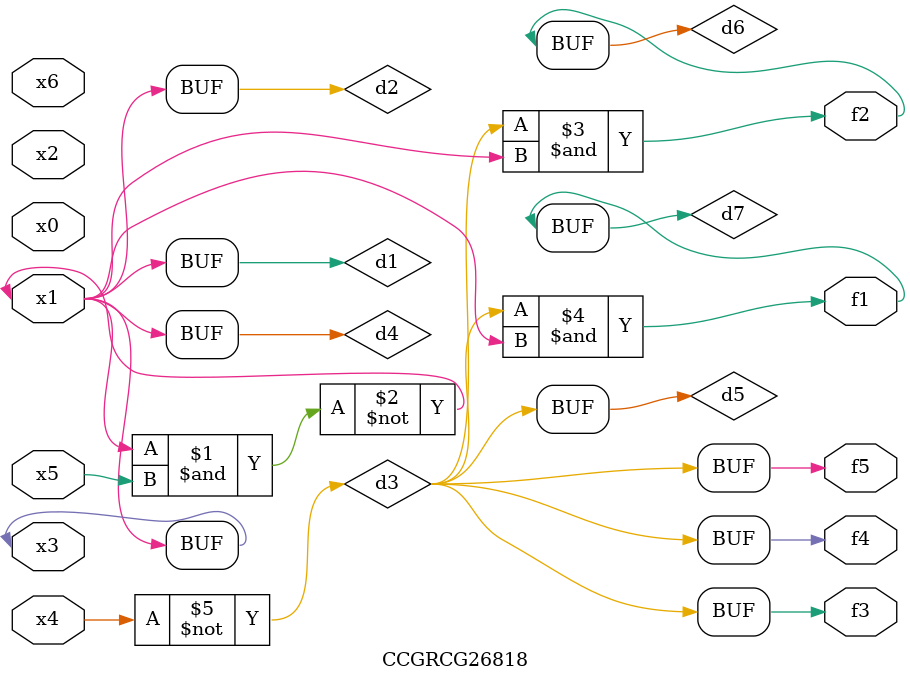
<source format=v>
module CCGRCG26818(
	input x0, x1, x2, x3, x4, x5, x6,
	output f1, f2, f3, f4, f5
);

	wire d1, d2, d3, d4, d5, d6, d7;

	buf (d1, x1, x3);
	nand (d2, x1, x5);
	not (d3, x4);
	buf (d4, d1, d2);
	buf (d5, d3);
	and (d6, d3, d4);
	and (d7, d3, d4);
	assign f1 = d7;
	assign f2 = d6;
	assign f3 = d5;
	assign f4 = d5;
	assign f5 = d5;
endmodule

</source>
